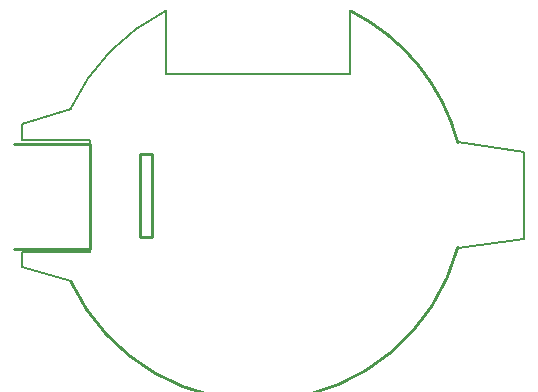
<source format=gko>
G04 Layer: BoardOutlineLayer*
G04 Panelize: , Column: 1, Row: 1, Board Size: 43.14mm x 33.02mm, Panelized Board Size: 43.14mm x 33.02mm*
G04 EasyEDA v6.5.37, 2023-11-04 14:50:19*
G04 5fb9839a784f4b4dba235304687c7bf2,9a4ed40c0dd746429eaf55b84663d2fb,10*
G04 Gerber Generator version 0.2*
G04 Scale: 100 percent, Rotated: No, Reflected: No *
G04 Dimensions in millimeters *
G04 leading zeros omitted , absolute positions ,4 integer and 5 decimal *
%FSLAX45Y45*%
%MOMM*%

%ADD10C,0.2032*%
%ADD11C,0.2134*%
%ADD12C,0.2540*%
D10*
X-1700529Y1214996D02*
G01*
X-1128775Y1214996D01*
X-1123695Y269999D02*
G01*
X-1702983Y269999D01*
X-1123695Y270763D02*
G01*
X-1126319Y1213248D01*
X-1702983Y268320D02*
G01*
X-1702988Y143921D01*
X-1703070Y1218438D02*
G01*
X-1702988Y1343919D01*
X1987374Y305175D02*
G01*
X2546858Y374904D01*
X1986869Y1196040D02*
G01*
X2546858Y1113028D01*
X2547002Y373898D02*
G01*
X2547002Y1113896D01*
X-702995Y393920D02*
G01*
X-702995Y1093919D01*
X-602995Y393920D02*
G01*
X-602995Y1093919D01*
X-602995Y393920D02*
G01*
X-702995Y393920D01*
X-602995Y1093919D02*
G01*
X-702995Y1093919D01*
X-1289984Y19512D02*
G01*
X-1702988Y140670D01*
X-1290746Y1480774D02*
G01*
X-1701718Y1348186D01*
X-482991Y1773918D02*
G01*
X1077005Y1773918D01*
X-482991Y1773918D02*
G01*
X-482991Y2308915D01*
X1077005Y1773918D02*
G01*
X1077005Y2308915D01*
G75*
G01*
X-482765Y2310587D02*
G03*
X-1289025Y1483502I779777J-1566664D01*
D11*
G75*
G01*
X1987372Y1196853D02*
G03*
X1078309Y2309825I-1690367J-452931D01*
G75*
G01*
X-1289050Y18542D02*
G03*
X1987352Y305189I1586035J739580D01*
D12*
X-1125402Y1186149D02*
G01*
X-1766971Y1186149D01*
X-1126916Y296263D02*
G01*
X-1766971Y296263D01*
X-1125049Y296151D02*
G01*
X-1125049Y1186149D01*
X-702995Y1093919D02*
G01*
X-602995Y1093919D01*
X-602995Y1093919D02*
G01*
X-602995Y393920D01*
X-602995Y393920D02*
G01*
X-702995Y393920D01*
X-702995Y393920D02*
G01*
X-702995Y1093919D01*
X-702995Y1093919D02*
G01*
X-702995Y1093919D01*

%LPD*%
M02*

</source>
